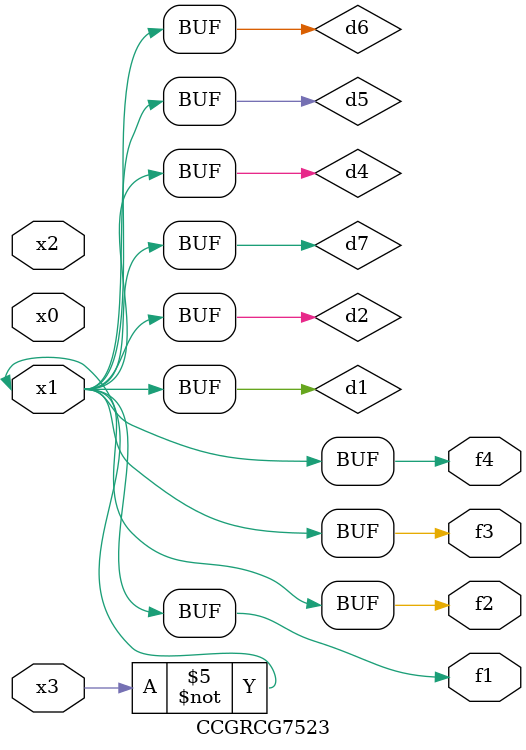
<source format=v>
module CCGRCG7523(
	input x0, x1, x2, x3,
	output f1, f2, f3, f4
);

	wire d1, d2, d3, d4, d5, d6, d7;

	not (d1, x3);
	buf (d2, x1);
	xnor (d3, d1, d2);
	nor (d4, d1);
	buf (d5, d1, d2);
	buf (d6, d4, d5);
	nand (d7, d4);
	assign f1 = d6;
	assign f2 = d7;
	assign f3 = d6;
	assign f4 = d6;
endmodule

</source>
